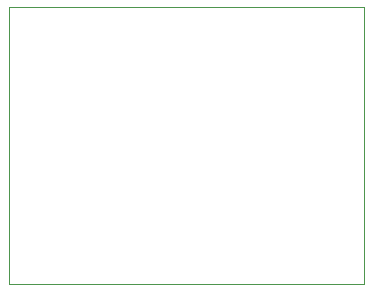
<source format=gbr>
%TF.GenerationSoftware,KiCad,Pcbnew,9.0.2*%
%TF.CreationDate,2026-01-23T16:55:21+00:00*%
%TF.ProjectId,vm_rp2040_brain_0.2,766d5f72-7032-4303-9430-5f627261696e,rev?*%
%TF.SameCoordinates,Original*%
%TF.FileFunction,Other,User*%
%FSLAX46Y46*%
G04 Gerber Fmt 4.6, Leading zero omitted, Abs format (unit mm)*
G04 Created by KiCad (PCBNEW 9.0.2) date 2026-01-23 16:55:21*
%MOMM*%
%LPD*%
G01*
G04 APERTURE LIST*
%ADD10C,0.100000*%
%ADD11C,0.009990*%
%ADD12C,0.010830*%
%ADD13C,0.020870*%
%ADD14C,0.030680*%
%ADD15C,0.040730*%
%ADD16C,0.050790*%
%ADD17C,0.061260*%
%ADD18C,0.070490*%
%ADD19C,0.080480*%
%ADD20C,0.070570*%
%ADD21C,0.070560*%
%ADD22C,0.070550*%
%ADD23C,0.070540*%
%ADD24C,0.070530*%
%ADD25C,0.070520*%
%ADD26C,0.070510*%
%ADD27C,0.070500*%
%ADD28C,0.070480*%
%ADD29C,0.010820*%
%ADD30C,0.020690*%
%ADD31C,0.030830*%
%ADD32C,0.040690*%
%ADD33C,0.050840*%
%ADD34C,0.030670*%
%ADD35C,0.040760*%
%ADD36C,0.050750*%
%ADD37C,0.010710*%
%ADD38C,0.020780*%
%ADD39C,0.010740*%
%ADD40C,0.020680*%
%ADD41C,0.030950*%
%ADD42C,0.040680*%
%ADD43C,0.050650*%
%ADD44C,0.060840*%
%ADD45C,0.070650*%
%ADD46C,0.040800*%
%ADD47C,0.050870*%
%ADD48C,0.060820*%
G04 APERTURE END LIST*
D10*
X-15000000Y-11750000D02*
X-15000000Y11750000D01*
X15000000Y11750000D02*
X15000000Y-11750000D01*
X-15000000Y11750000D02*
X15000000Y11750000D01*
X15000000Y-11750000D02*
X-15000000Y-11750000D01*
D11*
%TO.C,GS\u002A\u002A*%
X10500000Y-11750000D02*
X10500000Y-11750000D01*
D12*
X10500000Y-11750000D02*
X10500000Y-11750000D01*
D13*
X10500000Y-11750000D02*
X10500000Y-11750000D01*
D14*
X10500000Y-11750000D02*
X10500000Y-11750000D01*
D15*
X10500000Y-11750000D02*
X10500000Y-11750000D01*
D16*
X10500000Y-11750000D02*
X10500000Y-11750000D01*
D17*
X10500000Y-11750000D02*
X10500000Y-11750000D01*
D18*
X10500000Y-11750000D02*
X10500000Y-11750000D01*
D19*
X10500000Y-11750000D02*
X10500000Y-11750000D01*
D11*
X9500000Y-11750000D02*
X9500000Y-11750000D01*
D12*
X9500000Y-11750000D02*
X9500000Y-11750000D01*
D13*
X9500000Y-11750000D02*
X9500000Y-11750000D01*
D14*
X9500000Y-11750000D02*
X9500000Y-11750000D01*
D15*
X9500000Y-11750000D02*
X9500000Y-11750000D01*
D16*
X9500000Y-11750000D02*
X9500000Y-11750000D01*
D17*
X9500000Y-11750000D02*
X9500000Y-11750000D01*
D20*
X9500000Y-11750000D02*
X9500000Y-11750000D01*
D11*
X750000Y-11750000D02*
X750000Y-11750000D01*
D12*
X750000Y-11750000D02*
X750000Y-11750000D01*
D13*
X750000Y-11750000D02*
X750000Y-11750000D01*
D14*
X750000Y-11750000D02*
X750000Y-11750000D01*
D15*
X750000Y-11750000D02*
X750000Y-11750000D01*
D16*
X750000Y-11750000D02*
X750000Y-11750000D01*
D17*
X750000Y-11750000D02*
X750000Y-11750000D01*
D21*
X750000Y-11750000D02*
X750000Y-11750000D01*
D11*
X-1000000Y-11750000D02*
X-1000000Y-11750000D01*
D12*
X-1000000Y-11750000D02*
X-1000000Y-11750000D01*
D13*
X-1000000Y-11750000D02*
X-1000000Y-11750000D01*
D14*
X-1000000Y-11750000D02*
X-1000000Y-11750000D01*
D15*
X-1000000Y-11750000D02*
X-1000000Y-11750000D01*
D16*
X-1000000Y-11750000D02*
X-1000000Y-11750000D01*
D17*
X-1000000Y-11750000D02*
X-1000000Y-11750000D01*
D22*
X-1000000Y-11750000D02*
X-1000000Y-11750000D01*
D11*
X-14500000Y-11750000D02*
X-14500000Y-11750000D01*
D12*
X-14500000Y-11750000D02*
X-14500000Y-11750000D01*
D13*
X-14500000Y-11750000D02*
X-14500000Y-11750000D01*
D14*
X-14500000Y-11750000D02*
X-14500000Y-11750000D01*
D15*
X-14500000Y-11750000D02*
X-14500000Y-11750000D01*
D16*
X-14500000Y-11750000D02*
X-14500000Y-11750000D01*
D17*
X-14500000Y-11750000D02*
X-14500000Y-11750000D01*
D23*
X-14500000Y-11750000D02*
X-14500000Y-11750000D01*
D11*
X-11750000Y11750000D02*
X-11750000Y11750000D01*
D12*
X-11750000Y11750000D02*
X-11750000Y11750000D01*
D13*
X-11750000Y11750000D02*
X-11750000Y11750000D01*
D14*
X-11750000Y11750000D02*
X-11750000Y11750000D01*
D15*
X-11750000Y11750000D02*
X-11750000Y11750000D01*
D16*
X-11750000Y11750000D02*
X-11750000Y11750000D01*
D17*
X-11750000Y11750000D02*
X-11750000Y11750000D01*
D24*
X-11750000Y11750000D02*
X-11750000Y11750000D01*
D11*
X-10750000Y11750000D02*
X-10750000Y11750000D01*
D12*
X-10750000Y11750000D02*
X-10750000Y11750000D01*
D13*
X-10750000Y11750000D02*
X-10750000Y11750000D01*
D14*
X-10750000Y11750000D02*
X-10750000Y11750000D01*
D15*
X-10750000Y11750000D02*
X-10750000Y11750000D01*
D16*
X-10750000Y11750000D02*
X-10750000Y11750000D01*
D17*
X-10750000Y11750000D02*
X-10750000Y11750000D01*
D25*
X-10750000Y11750000D02*
X-10750000Y11750000D01*
D11*
X-9750000Y11750000D02*
X-9750000Y11750000D01*
D12*
X-9750000Y11750000D02*
X-9750000Y11750000D01*
D13*
X-9750000Y11750000D02*
X-9750000Y11750000D01*
D14*
X-9750000Y11750000D02*
X-9750000Y11750000D01*
D15*
X-9750000Y11750000D02*
X-9750000Y11750000D01*
D16*
X-9750000Y11750000D02*
X-9750000Y11750000D01*
D17*
X-9750000Y11750000D02*
X-9750000Y11750000D01*
D26*
X-9750000Y11750000D02*
X-9750000Y11750000D01*
D11*
X3000000Y11750000D02*
X3000000Y11750000D01*
D12*
X3000000Y11750000D02*
X3000000Y11750000D01*
D13*
X3000000Y11750000D02*
X3000000Y11750000D01*
D14*
X3000000Y11750000D02*
X3000000Y11750000D01*
D15*
X3000000Y11750000D02*
X3000000Y11750000D01*
D16*
X3000000Y11750000D02*
X3000000Y11750000D01*
D17*
X3000000Y11750000D02*
X3000000Y11750000D01*
D27*
X3000000Y11750000D02*
X3000000Y11750000D01*
D11*
X4750000Y11750000D02*
X4750000Y11750000D01*
D12*
X4750000Y11750000D02*
X4750000Y11750000D01*
D13*
X4750000Y11750000D02*
X4750000Y11750000D01*
D14*
X4750000Y11750000D02*
X4750000Y11750000D01*
D15*
X4750000Y11750000D02*
X4750000Y11750000D01*
D16*
X4750000Y11750000D02*
X4750000Y11750000D01*
D17*
X4750000Y11750000D02*
X4750000Y11750000D01*
D18*
X4750000Y11750000D02*
X4750000Y11750000D01*
D11*
X6250000Y11750000D02*
X6250000Y11750000D01*
D12*
X6250000Y11750000D02*
X6250000Y11750000D01*
D13*
X6250000Y11750000D02*
X6250000Y11750000D01*
D14*
X6250000Y11750000D02*
X6250000Y11750000D01*
D15*
X6250000Y11750000D02*
X6250000Y11750000D01*
D16*
X6250000Y11750000D02*
X6250000Y11750000D01*
D17*
X6250000Y11750000D02*
X6250000Y11750000D01*
D28*
X6250000Y11750000D02*
X6250000Y11750000D01*
D11*
X7500000Y11750000D02*
X7500000Y11750000D01*
D29*
X7500000Y11750000D02*
X7500000Y11750000D01*
D30*
X7500000Y11750000D02*
X7500000Y11750000D01*
D31*
X7500000Y11750000D02*
X7500000Y11750000D01*
D32*
X7500000Y11750000D02*
X7500000Y11750000D01*
D33*
X7500000Y11750000D02*
X7500000Y11750000D01*
D11*
X9000000Y11750000D02*
X9000000Y11750000D01*
D12*
X9000000Y11750000D02*
X9000000Y11750000D01*
D13*
X9000000Y11750000D02*
X9000000Y11750000D01*
D34*
X9000000Y11750000D02*
X9000000Y11750000D01*
D35*
X9000000Y11750000D02*
X9000000Y11750000D01*
D36*
X9000000Y11750000D02*
X9000000Y11750000D01*
D11*
X11500000Y11750000D02*
X11500000Y11750000D01*
D37*
X11500000Y11750000D02*
X11500000Y11750000D01*
D38*
X11500000Y11750000D02*
X11500000Y11750000D01*
D14*
X11500000Y11750000D02*
X11500000Y11750000D01*
D11*
X-14250000Y11750000D02*
X-14250000Y11750000D01*
D39*
X-14250000Y11750000D02*
X-14250000Y11750000D01*
D40*
X-14250000Y11750000D02*
X-14250000Y11750000D01*
D41*
X-14250000Y11750000D02*
X-14250000Y11750000D01*
D42*
X-14250000Y11750000D02*
X-14250000Y11750000D01*
D43*
X-14250000Y11750000D02*
X-14250000Y11750000D01*
D44*
X-14250000Y11750000D02*
X-14250000Y11750000D01*
D45*
X-14250000Y11750000D02*
X-14250000Y11750000D01*
D11*
X-15000000Y-7250000D02*
X-15000000Y-7250000D01*
D39*
X-15000000Y-7250000D02*
X-15000000Y-7250000D01*
D40*
X-15000000Y-7250000D02*
X-15000000Y-7250000D01*
D41*
X-15000000Y-7250000D02*
X-15000000Y-7250000D01*
D46*
X-15000000Y-7250000D02*
X-15000000Y-7250000D01*
D47*
X-15000000Y-7250000D02*
X-15000000Y-7250000D01*
D48*
X-15000000Y-7250000D02*
X-15000000Y-7250000D01*
%TD*%
M02*

</source>
